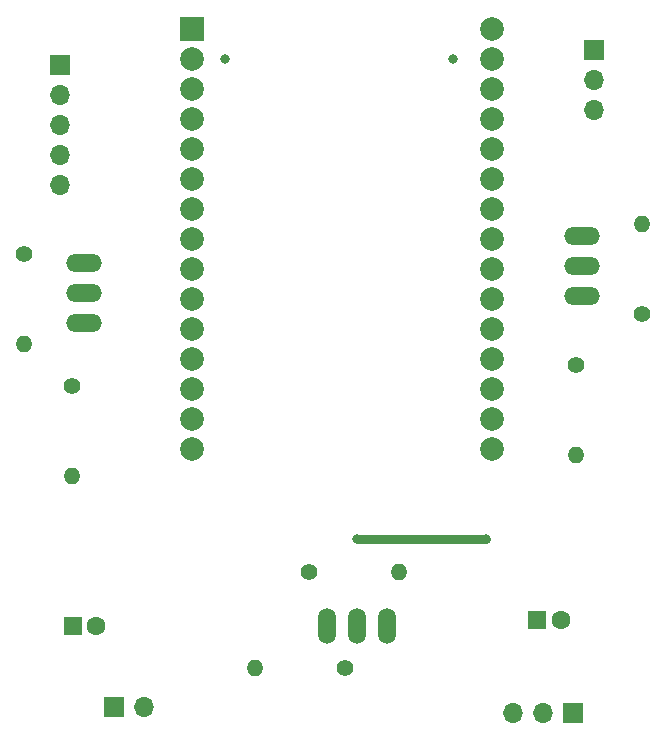
<source format=gbr>
%TF.GenerationSoftware,KiCad,Pcbnew,6.0.6-3a73a75311~116~ubuntu22.04.1*%
%TF.CreationDate,2022-08-13T00:33:12+05:30*%
%TF.ProjectId,esp32_breakout_board,65737033-325f-4627-9265-616b6f75745f,rev?*%
%TF.SameCoordinates,Original*%
%TF.FileFunction,Copper,L1,Top*%
%TF.FilePolarity,Positive*%
%FSLAX46Y46*%
G04 Gerber Fmt 4.6, Leading zero omitted, Abs format (unit mm)*
G04 Created by KiCad (PCBNEW 6.0.6-3a73a75311~116~ubuntu22.04.1) date 2022-08-13 00:33:12*
%MOMM*%
%LPD*%
G01*
G04 APERTURE LIST*
%TA.AperFunction,ComponentPad*%
%ADD10R,1.600000X1.600000*%
%TD*%
%TA.AperFunction,ComponentPad*%
%ADD11C,1.600000*%
%TD*%
%TA.AperFunction,ComponentPad*%
%ADD12R,2.000000X2.000000*%
%TD*%
%TA.AperFunction,ComponentPad*%
%ADD13C,2.000000*%
%TD*%
%TA.AperFunction,ComponentPad*%
%ADD14C,1.400000*%
%TD*%
%TA.AperFunction,ComponentPad*%
%ADD15O,1.400000X1.400000*%
%TD*%
%TA.AperFunction,ComponentPad*%
%ADD16O,1.508000X3.016000*%
%TD*%
%TA.AperFunction,ComponentPad*%
%ADD17R,1.700000X1.700000*%
%TD*%
%TA.AperFunction,ComponentPad*%
%ADD18O,1.700000X1.700000*%
%TD*%
%TA.AperFunction,ComponentPad*%
%ADD19O,3.016000X1.508000*%
%TD*%
%TA.AperFunction,ViaPad*%
%ADD20C,0.800000*%
%TD*%
%TA.AperFunction,Conductor*%
%ADD21C,0.800000*%
%TD*%
G04 APERTURE END LIST*
D10*
%TO.P,C1,1*%
%TO.N,OUTPUT*%
X102870000Y-110490000D03*
D11*
%TO.P,C1,2*%
%TO.N,GND*%
X104870000Y-110490000D03*
%TD*%
D12*
%TO.P,U1,1,3V3*%
%TO.N,3V3*%
X73660000Y-60431000D03*
D13*
%TO.P,U1,2,GND*%
%TO.N,GND*%
X73660000Y-62971000D03*
%TO.P,U1,3,A1*%
%TO.N,A1*%
X73660000Y-65511000D03*
%TO.P,U1,4,A2*%
%TO.N,A2*%
X73660000Y-68051000D03*
%TO.P,U1,5,A3*%
%TO.N,A3*%
X73660000Y-70591000D03*
%TO.P,U1,6*%
%TO.N,N/C*%
X73660000Y-73131000D03*
%TO.P,U1,7*%
X73660000Y-75671000D03*
%TO.P,U1,8*%
X73660000Y-78211000D03*
%TO.P,U1,9*%
X73660000Y-80751000D03*
%TO.P,U1,10*%
X73660000Y-83291000D03*
%TO.P,U1,11,SDA*%
%TO.N,SDA*%
X73660000Y-85831000D03*
%TO.P,U1,12*%
%TO.N,N/C*%
X73660000Y-88371000D03*
%TO.P,U1,13*%
X73660000Y-90911000D03*
%TO.P,U1,14,SCL*%
%TO.N,SCL*%
X73660000Y-93451000D03*
%TO.P,U1,15*%
%TO.N,N/C*%
X73660000Y-95991000D03*
%TO.P,U1,16*%
X99060000Y-95991000D03*
%TO.P,U1,17*%
X99060000Y-93451000D03*
%TO.P,U1,18*%
X99060000Y-90911000D03*
%TO.P,U1,19*%
X99060000Y-88371000D03*
%TO.P,U1,20*%
X99060000Y-85831000D03*
%TO.P,U1,21,D32*%
%TO.N,D32*%
X99060000Y-83291000D03*
%TO.P,U1,22,D33*%
%TO.N,D33*%
X99060000Y-80751000D03*
%TO.P,U1,23*%
%TO.N,N/C*%
X99060000Y-78211000D03*
%TO.P,U1,24*%
X99060000Y-75671000D03*
%TO.P,U1,25,D27*%
%TO.N,D27*%
X99060000Y-73131000D03*
%TO.P,U1,26*%
%TO.N,N/C*%
X99060000Y-70591000D03*
%TO.P,U1,27*%
X99060000Y-68051000D03*
%TO.P,U1,28*%
X99060000Y-65511000D03*
%TO.P,U1,29,GND*%
%TO.N,GND*%
X99060000Y-62971000D03*
%TO.P,U1,30*%
%TO.N,N/C*%
X99060000Y-60431000D03*
%TD*%
D10*
%TO.P,C2,1*%
%TO.N,INPUT*%
X63560888Y-110998000D03*
D11*
%TO.P,C2,2*%
%TO.N,GND*%
X65560888Y-110998000D03*
%TD*%
D14*
%TO.P,R4,1*%
%TO.N,D8*%
X63500000Y-90678000D03*
D15*
%TO.P,R4,2*%
%TO.N,OUTPUT*%
X63500000Y-98298000D03*
%TD*%
D14*
%TO.P,R6,1*%
%TO.N,D9*%
X106172000Y-88900000D03*
D15*
%TO.P,R6,2*%
%TO.N,OUTPUT*%
X106172000Y-96520000D03*
%TD*%
D16*
%TO.P,U2,1*%
%TO.N,3V3*%
X85090000Y-110998000D03*
%TO.P,U2,2*%
%TO.N,D6*%
X87630000Y-110998000D03*
%TO.P,U2,3*%
%TO.N,D27*%
X90170000Y-110998000D03*
%TD*%
D17*
%TO.P,J1,1,Pin_1*%
%TO.N,INPUT*%
X67051000Y-117856000D03*
D18*
%TO.P,J1,2,Pin_2*%
%TO.N,GND*%
X69591000Y-117856000D03*
%TD*%
D19*
%TO.P,U3,1*%
%TO.N,3V3*%
X64516000Y-80264000D03*
%TO.P,U3,2*%
%TO.N,D8*%
X64516000Y-82804000D03*
%TO.P,U3,3*%
%TO.N,D33*%
X64516000Y-85344000D03*
%TD*%
D14*
%TO.P,R2,1*%
%TO.N,3V3*%
X83566000Y-106426000D03*
D15*
%TO.P,R2,2*%
%TO.N,D27*%
X91186000Y-106426000D03*
%TD*%
D17*
%TO.P,J2,1,Pin_1*%
%TO.N,INPUT*%
X105918000Y-118364000D03*
D18*
%TO.P,J2,2,Pin_2*%
%TO.N,GND*%
X103378000Y-118364000D03*
%TO.P,J2,3,Pin_3*%
%TO.N,OUTPUT*%
X100838000Y-118364000D03*
%TD*%
D17*
%TO.P,J3,1,Pin_1*%
%TO.N,A1*%
X62484000Y-63505000D03*
D18*
%TO.P,J3,2,Pin_2*%
%TO.N,A2*%
X62484000Y-66045000D03*
%TO.P,J3,3,Pin_3*%
%TO.N,A3*%
X62484000Y-68585000D03*
%TO.P,J3,4,Pin_4*%
%TO.N,SDA*%
X62484000Y-71125000D03*
%TO.P,J3,5,Pin_5*%
%TO.N,SCL*%
X62484000Y-73665000D03*
%TD*%
D19*
%TO.P,U4,1*%
%TO.N,3V3*%
X106680000Y-83058000D03*
%TO.P,U4,2*%
%TO.N,D9*%
X106680000Y-80518000D03*
%TO.P,U4,3*%
%TO.N,D32*%
X106680000Y-77978000D03*
%TD*%
D17*
%TO.P,J4,1,Pin_1*%
%TO.N,D27*%
X107696000Y-62245000D03*
D18*
%TO.P,J4,2,Pin_2*%
%TO.N,D32*%
X107696000Y-64785000D03*
%TO.P,J4,3,Pin_3*%
%TO.N,D33*%
X107696000Y-67325000D03*
%TD*%
D14*
%TO.P,R1,1*%
%TO.N,D6*%
X86614000Y-114554000D03*
D15*
%TO.P,R1,2*%
%TO.N,OUTPUT*%
X78994000Y-114554000D03*
%TD*%
D14*
%TO.P,R5,1*%
%TO.N,3V3*%
X111760000Y-84582000D03*
D15*
%TO.P,R5,2*%
%TO.N,D32*%
X111760000Y-76962000D03*
%TD*%
D14*
%TO.P,R3,1*%
%TO.N,3V3*%
X59436000Y-79502000D03*
D15*
%TO.P,R3,2*%
%TO.N,D33*%
X59436000Y-87122000D03*
%TD*%
D20*
%TO.N,GND*%
X76454000Y-62992000D03*
X95779000Y-62971000D03*
%TO.N,3V3*%
X87630000Y-103632000D03*
X98552000Y-103632000D03*
%TD*%
D21*
%TO.N,3V3*%
X87630000Y-103632000D02*
X98552000Y-103632000D01*
%TD*%
M02*

</source>
